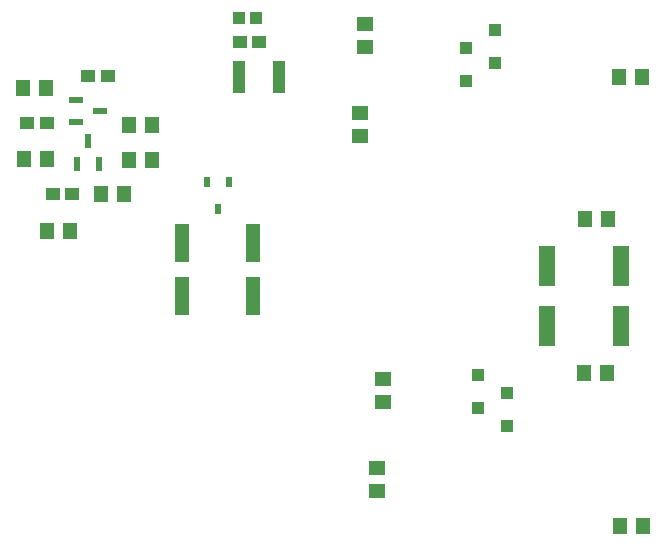
<source format=gbr>
%TF.GenerationSoftware,Altium Limited,Altium Designer,21.2.1 (34)*%
G04 Layer_Color=8421504*
%FSLAX26Y26*%
%MOIN*%
%TF.SameCoordinates,2E7F18B9-7671-40DC-A7DD-494BE6684AB2*%
%TF.FilePolarity,Positive*%
%TF.FileFunction,Paste,Top*%
%TF.Part,Single*%
G01*
G75*
%TA.AperFunction,SMDPad,CuDef*%
%ADD10R,0.049533X0.057564*%
G04:AMPARAMS|DCode=11|XSize=49.606mil|YSize=23.228mil|CornerRadius=2.904mil|HoleSize=0mil|Usage=FLASHONLY|Rotation=90.000|XOffset=0mil|YOffset=0mil|HoleType=Round|Shape=RoundedRectangle|*
%AMROUNDEDRECTD11*
21,1,0.049606,0.017421,0,0,90.0*
21,1,0.043799,0.023228,0,0,90.0*
1,1,0.005807,0.008711,0.021900*
1,1,0.005807,0.008711,-0.021900*
1,1,0.005807,-0.008711,-0.021900*
1,1,0.005807,-0.008711,0.021900*
%
%ADD11ROUNDEDRECTD11*%
%ADD12R,0.047500X0.041662*%
G04:AMPARAMS|DCode=13|XSize=49.606mil|YSize=23.228mil|CornerRadius=2.904mil|HoleSize=0mil|Usage=FLASHONLY|Rotation=0.000|XOffset=0mil|YOffset=0mil|HoleType=Round|Shape=RoundedRectangle|*
%AMROUNDEDRECTD13*
21,1,0.049606,0.017421,0,0,0.0*
21,1,0.043799,0.023228,0,0,0.0*
1,1,0.005807,0.021900,-0.008711*
1,1,0.005807,-0.021900,-0.008711*
1,1,0.005807,-0.021900,0.008711*
1,1,0.005807,0.021900,0.008711*
%
%ADD13ROUNDEDRECTD13*%
%ADD14R,0.039764X0.110630*%
%ADD15R,0.041339X0.039370*%
%ADD16R,0.045276X0.128740*%
%ADD17R,0.053470X0.138039*%
%ADD19R,0.057564X0.049533*%
%ADD20R,0.023622X0.037402*%
%ADD77R,0.043307X0.043307*%
D10*
X413386Y1653543D02*
D03*
X490314D02*
D03*
X317918Y1422168D02*
D03*
X394847D02*
D03*
X138941Y1540278D02*
D03*
X62013D02*
D03*
X137130Y1776499D02*
D03*
X60201D02*
D03*
X413386Y1535433D02*
D03*
X490314D02*
D03*
X139607Y1299213D02*
D03*
X216535D02*
D03*
X2006062Y826772D02*
D03*
X1929134D02*
D03*
X2049056Y314961D02*
D03*
X2125984D02*
D03*
X1930945Y1338583D02*
D03*
X2007874D02*
D03*
X2047244Y1811024D02*
D03*
X2124173D02*
D03*
D11*
X276737Y1599333D02*
D03*
X314138Y1522168D02*
D03*
X239335D02*
D03*
D12*
X223655Y1422168D02*
D03*
X158626D02*
D03*
X341765Y1815869D02*
D03*
X276737D02*
D03*
X138941Y1658388D02*
D03*
X73913D02*
D03*
X782402Y1929134D02*
D03*
X847430D02*
D03*
D13*
X314532Y1699727D02*
D03*
X237367Y1662325D02*
D03*
Y1737129D02*
D03*
D14*
X913386Y1811024D02*
D03*
X779528D02*
D03*
D15*
X836614Y2007874D02*
D03*
X777559D02*
D03*
D16*
X589528Y1082677D02*
D03*
X826772D02*
D03*
X589528Y1259842D02*
D03*
X826772D02*
D03*
D17*
X1807008Y1181102D02*
D03*
X2051260D02*
D03*
X1807008Y984252D02*
D03*
X2051260D02*
D03*
D19*
X1240157Y510000D02*
D03*
Y433071D02*
D03*
X1259842Y730158D02*
D03*
Y807087D02*
D03*
X1181102Y1692913D02*
D03*
Y1615985D02*
D03*
X1200786Y1988189D02*
D03*
Y1911260D02*
D03*
D20*
X746063Y1463583D02*
D03*
X671260D02*
D03*
X708661Y1371063D02*
D03*
D77*
X1673227Y759843D02*
D03*
Y649606D02*
D03*
X1574802Y708662D02*
D03*
Y818898D02*
D03*
X1535432Y1799213D02*
D03*
Y1909449D02*
D03*
X1633857Y1858268D02*
D03*
Y1968504D02*
D03*
%TF.MD5,40dfbef7702fee669af3a3df102985b2*%
M02*

</source>
